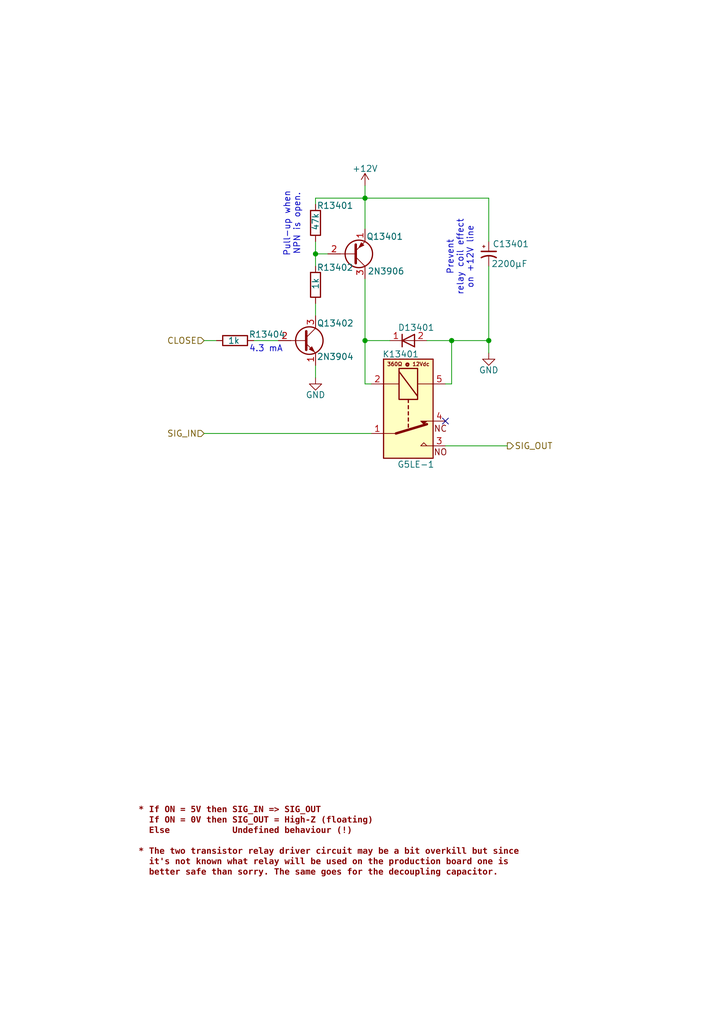
<source format=kicad_sch>
(kicad_sch (version 20250114) (generator "eeschema") (generator_version "9.0")
  (paper "A5" portrait)
  (title_block (title "VersaLogic board tester") (date "2025-08-13") (rev "1.0.alpha") (comment 1 "Copyright (c) 2025 by Filip Pynckels & Robin Pynckels"))
  (lib_symbols
    (symbol "Device:C_Polarized_Small_US" (pin_numbers (hide yes)) (pin_names (offset 0.254) (hide yes))
      (property "Reference" "C" (at 0.254 1.778 0))
      (property "Value" "C_Polarized_Small_US" (at 0.254 -2.032 0))
      (symbol "C_Polarized_Small_US_0_1"
        (polyline (pts (xy -1.524 0.508) (xy 1.524 0.508)) (stroke (width 0.3048)))
        (polyline (pts (xy -1.27 1.524) (xy -0.762 1.524)))
        (polyline (pts (xy -1.016 1.27) (xy -1.016 1.778)))
        (arc (start -1.524 -0.762) (mid 0 -0.3734) (end 1.524 -0.762) (stroke (width 0.3048)))
      )
      (symbol "C_Polarized_Small_US_1_1"
        (pin passive line (at 0 2.54 270) (length 2.032) (name "~") (number "1"))
        (pin passive line (at 0 -2.54 90) (length 2.032) (name "~") (number "2"))
      )
    )
    (symbol "Device:R" (pin_numbers (hide yes)) (pin_names (offset 0))
      (property "Reference" "R" (at 2.032 0 90))
      (property "Value" "R" (at 0 0 90))
      (symbol "R_0_1"
        (rectangle (start -1.016 -2.54) (end 1.016 2.54) (stroke (width 0.254)))
      )
      (symbol "R_1_1"
        (pin passive line (at 0 3.81 270) (length 1.27) (name "~") (number "1"))
        (pin passive line (at 0 -3.81 90) (length 1.27) (name "~") (number "2"))
      )
    )
    (symbol "Relay:G5LE-1"
      (property "Reference" "K" (at 11.43 3.81 0))
      (property "Value" "G5LE-1" (at 11.43 1.27 0))
      (symbol "G5LE-1_0_0"
        (polyline (pts (xy 7.62 5.08) (xy 7.62 2.54) (xy 6.985 3.175) (xy 7.62 3.81)))
      )
      (symbol "G5LE-1_0_1"
        (rectangle (start -10.16 5.08) (end 10.16 -5.08) (stroke (width 0.254)) (fill (type background)))
        (rectangle (start -8.255 1.905) (end -1.905 -1.905) (stroke (width 0.254)))
        (polyline (pts (xy -7.62 -1.905) (xy -2.54 1.905)) (stroke (width 0.254)))
        (polyline (pts (xy -5.08 5.08) (xy -5.08 1.905)))
        (polyline (pts (xy -5.08 -5.08) (xy -5.08 -1.905)))
        (polyline (pts (xy -1.905 0) (xy -1.27 0)) (stroke (width 0.254)))
        (polyline (pts (xy -0.635 0) (xy 0 0)) (stroke (width 0.254)))
        (polyline (pts (xy 0.635 0) (xy 1.27 0)) (stroke (width 0.254)))
        (polyline (pts (xy 1.905 0) (xy 2.54 0)) (stroke (width 0.254)))
        (polyline (pts (xy 2.54 5.08) (xy 2.54 2.54) (xy 3.175 3.175) (xy 2.54 3.81)) (fill (type outline)))
        (polyline (pts (xy 3.175 0) (xy 3.81 0)) (stroke (width 0.254)))
        (polyline (pts (xy 5.08 -2.54) (xy 3.175 3.81)) (stroke (width 0.508)))
        (polyline (pts (xy 5.08 -2.54) (xy 5.08 -5.08)))
      )
      (symbol "G5LE-1_1_1"
        (pin passive line (at -5.08 7.62 270) (length 2.54) (name "~") (number "5"))
        (pin passive line (at -5.08 -7.62 90) (length 2.54) (name "~") (number "2"))
        (pin passive line (at 2.54 7.62 270) (length 2.54) (name "~") (number "4"))
        (pin passive line (at 5.08 -7.62 90) (length 2.54) (name "~") (number "1"))
        (pin passive line (at 7.62 7.62 270) (length 2.54) (name "~") (number "3"))
      )
    )
    (symbol "Simulation_SPICE:D" (pin_names (offset 1.016) (hide yes))
      (property "Reference" "D" (at 0 2.54 0))
      (property "Value" "D" (at 0 -2.54 0))
      (symbol "D_0_1"
        (polyline (pts (xy -1.27 1.27) (xy -1.27 -1.27)) (stroke (width 0.254)))
        (polyline (pts (xy 1.27 1.27) (xy 1.27 -1.27) (xy -1.27 0) (xy 1.27 1.27)) (stroke (width 0.254)))
        (polyline (pts (xy 1.27 0) (xy -1.27 0)))
      )
      (symbol "D_1_1"
        (pin passive line (at -3.81 0 0) (length 2.54) (name "K") (number "1"))
        (pin passive line (at 3.81 0 180) (length 2.54) (name "A") (number "2"))
      )
    )
    (symbol "Transistor_BJT:2N3904" (pin_names (offset 0) (hide yes))
      (property "Reference" "Q" (at 5.08 1.905 0))
      (property "Value" "2N3904" (at 5.08 0 0))
      (symbol "2N3904_0_1"
        (polyline (pts (xy -2.54 0) (xy 0.635 0)))
        (polyline (pts (xy 0.635 1.905) (xy 0.635 -1.905)) (stroke (width 0.508)))
        (circle (center 1.27 0) (radius 2.8194) (stroke (width 0.254)))
      )
      (symbol "2N3904_1_1"
        (polyline (pts (xy 0.635 0.635) (xy 2.54 2.54)))
        (polyline (pts (xy 0.635 -0.635) (xy 2.54 -2.54)))
        (polyline (pts (xy 1.27 -1.778) (xy 1.778 -1.27) (xy 2.286 -2.286) (xy 1.27 -1.778)) (fill (type outline)))
        (pin input line (at -5.08 0 0) (length 2.54) (name "B") (number "2"))
        (pin passive line (at 2.54 5.08 270) (length 2.54) (name "C") (number "3"))
        (pin passive line (at 2.54 -5.08 90) (length 2.54) (name "E") (number "1"))
      )
    )
    (symbol "Transistor_BJT:2N3906" (pin_names (offset 0) (hide yes))
      (property "Reference" "Q" (at 5.08 1.905 0))
      (property "Value" "2N3906" (at 5.08 0 0))
      (symbol "2N3906_0_1"
        (polyline (pts (xy -2.54 0) (xy 0.635 0)))
        (polyline (pts (xy 0.635 1.905) (xy 0.635 -1.905)) (stroke (width 0.508)))
        (polyline (pts (xy 0.635 0.635) (xy 2.54 2.54)))
        (polyline (pts (xy 0.635 -0.635) (xy 2.54 -2.54)))
        (circle (center 1.27 0) (radius 2.8194) (stroke (width 0.254)))
        (polyline (pts (xy 2.286 -1.778) (xy 1.778 -2.286) (xy 1.27 -1.27) (xy 2.286 -1.778)) (fill (type outline)))
      )
      (symbol "2N3906_1_1"
        (pin input line (at -5.08 0 0) (length 2.54) (name "B") (number "2"))
        (pin passive line (at 2.54 5.08 270) (length 2.54) (name "C") (number "3"))
        (pin passive line (at 2.54 -5.08 90) (length 2.54) (name "E") (number "1"))
      )
    )
    (symbol "power:+12V" (power) (pin_numbers (hide yes)) (pin_names (offset 0) (hide yes))
      (property "Value" "+12V" (at 0 3.556 0))
      (symbol "+12V_0_1"
        (polyline (pts (xy -0.762 1.27) (xy 0 2.54)))
        (polyline (pts (xy 0 2.54) (xy 0.762 1.27)))
        (polyline (pts (xy 0 0) (xy 0 2.54)))
      )
      (symbol "+12V_1_1"
        (pin power_in line (at 0 0 90) (length 0) (name "~") (number "1"))
      )
    )
    (symbol "power:GND" (power) (pin_numbers (hide yes)) (pin_names (offset 0) (hide yes))
      (property "Value" "GND" (at 0 -3.81 0))
      (symbol "GND_0_1"
        (polyline (pts (xy 0 0) (xy 0 -1.27) (xy 1.27 -1.27) (xy 0 -2.54) (xy -1.27 -1.27) (xy 0 -1.27)))
      )
      (symbol "GND_1_1"
        (pin power_in line (at 0 0 270) (length 0) (name "~") (number "1"))
      )
    )
  )
  (text "Prevent\nrelay coil effect\non +12V line" (at 94.488 52.832 90) (effects (font (size 1.27 1.27))))
  (text "4.3 mA" (at 54.61 71.628 0) (effects (font (size 1.27 1.27))))
  (text "NC" (at 90.424 88.138 0) (effects (font (size 1.27 1.27))))
  (text "* If ON = 5V then SIG_IN => SIG_OUT\n  If ON = 0V then SIG_OUT = High-Z (floating)\n  Else            Undefined behaviour (!)\n\n* The two transistor relay driver circuit may be a bit overkill but since\n  it's not known what relay will be used on the production board one is\n  better safe than sorry. The same goes for the decoupling capacitor." (at 28.448 165.862 0) (effects (font (size 1.27 1.27) (bold yes)) (justify left top)))
  (text "360Ω @ 12Vdc" (at 83.82 74.93 0) (effects (font (size 0.762 0.762))))
  (text "NO" (at 90.424 92.964 0) (effects (font (size 1.27 1.27))))
  (text "Pull-up when\nNPN is open." (at 59.944 45.974 90) (effects (font (size 1.27 1.27))))
  (junction (at 74.93 40.64))
  (junction (at 64.77 52.07))
  (junction (at 100.33 69.85))
  (junction (at 92.71 69.85))
  (junction (at 74.93 69.85))
  (no_connect (at 91.44 86.36))
  (wire (pts (xy 91.44 78.74) (xy 92.71 78.74)))
  (wire (pts (xy 74.93 38.1) (xy 74.93 40.64)))
  (wire (pts (xy 92.71 78.74) (xy 92.71 69.85)))
  (wire (pts (xy 64.77 41.91) (xy 64.77 40.64)))
  (wire (pts (xy 41.91 88.9) (xy 76.2 88.9)))
  (wire (pts (xy 64.77 40.64) (xy 74.93 40.64)))
  (wire (pts (xy 64.77 52.07) (xy 64.77 54.61)))
  (wire (pts (xy 64.77 74.93) (xy 64.77 77.47)))
  (wire (pts (xy 41.91 69.85) (xy 44.45 69.85)))
  (wire (pts (xy 100.33 49.53) (xy 100.33 40.64)))
  (wire (pts (xy 74.93 57.15) (xy 74.93 69.85)))
  (wire (pts (xy 100.33 54.61) (xy 100.33 69.85)))
  (wire (pts (xy 74.93 78.74) (xy 76.2 78.74)))
  (wire (pts (xy 74.93 40.64) (xy 74.93 46.99)))
  (wire (pts (xy 104.14 91.44) (xy 91.44 91.44)))
  (wire (pts (xy 92.71 69.85) (xy 87.63 69.85)))
  (wire (pts (xy 100.33 69.85) (xy 92.71 69.85)))
  (wire (pts (xy 64.77 62.23) (xy 64.77 64.77)))
  (wire (pts (xy 74.93 78.74) (xy 74.93 69.85)))
  (wire (pts (xy 74.93 69.85) (xy 80.01 69.85)))
  (wire (pts (xy 64.77 49.53) (xy 64.77 52.07)))
  (wire (pts (xy 52.07 69.85) (xy 57.15 69.85)))
  (wire (pts (xy 64.77 52.07) (xy 67.31 52.07)))
  (wire (pts (xy 100.33 72.39) (xy 100.33 69.85)))
  (wire (pts (xy 100.33 40.64) (xy 74.93 40.64)))
  (hierarchical_label "CLOSE" (shape input) (at 41.91 69.85 180))
  (hierarchical_label "SIG_OUT" (shape output) (at 104.14 91.44 0))
  (hierarchical_label "SIG_IN" (shape input) (at 41.91 88.9 180))
  (symbol (lib_id "Relay:G5LE-1") (at 83.82 83.82 270) (unit 1)
    (property "Reference" "K8501" (at 78.486 72.644 90) (effects (justify left)))
    (property "Value" "G5LE-1" (at 81.534 95.25 90) (effects (justify left)))
    (property "Footprint" "Relay_THT:Relay_SPDT_Omron-G5LE-1" (effects (hide yes)))
    (property "Datasheet" "http://www.omron.com/ecb/products/pdf/en-g5le.pdf" (effects (hide yes)))
    (property "Description" "Omron G5LE relay, Miniature Single Pole, SPDT, 10A" (effects (hide yes)))
    (instances (project "VersaLogic_Board_Tester" (path "" (reference "K13401") (unit 1)) (path "" (reference "K11801") (unit 1)) (path "" (reference "K12701") (unit 1)) (path "" (reference "K11101") (unit 1)) (path "" (reference "K15401") (unit 1)) (path "" (reference "K10301") (unit 1)) (path "" (reference "K14801") (unit 1)) (path "" (reference "K9701") (unit 1)) (path "" (reference "K15101") (unit 1)) (path "" (reference "K10001") (unit 1)) (path "" (reference "K14401") (unit 1)) (path "" (reference "K9301") (unit 1)) (path "" (reference "K13001") (unit 1)) (path "" (reference "K11401") (unit 1)) (path "" (reference "K15801") (unit 1)) (path "" (reference "K10701") (unit 1)) (path "" (reference "K13101") (unit 1)) (path "" (reference "K11501") (unit 1)) (path "" (reference "K15601") (unit 1)) (path "" (reference "K10501") (unit 1)) (path "" (reference "K12501") (unit 1)) (path "" (reference "K10901") (unit 1)) (path "" (reference "K8501") (unit 1)) (path "" (reference "K8601") (unit 1)) (path "" (reference "K13301") (unit 1)) (path "" (reference "K11701") (unit 1)) (path "" (reference "K15701") (unit 1)) (path "" (reference "K10601") (unit 1)) (path "" (reference "K14201") (unit 1)) (path "" (reference "K9101") (unit 1)) (path "" (reference "K12601") (unit 1)) (path "" (reference "K11001") (unit 1)) (path "" (reference "K12901") (unit 1)) (path "" (reference "K11301") (unit 1)) (path "" (reference "K15501") (unit 1)) (path "" (reference "K10401") (unit 1)) (path "" (reference "K14501") (unit 1)) (path "" (reference "K9401") (unit 1)) (path "" (reference "K15001") (unit 1)) (path "" (reference "K9901") (unit 1)) (path "" (reference "K12401") (unit 1)) (path "" (reference "K10801") (unit 1)) (path "" (reference "K12801") (unit 1)) (path "" (reference "K11201") (unit 1)) (path "" (reference "K13801") (unit 1)) (path "" (reference "K12201") (unit 1)) (path "" (reference "K14101") (unit 1)) (path "" (reference "K9001") (unit 1)) (path "" (reference "K13201") (unit 1)) (path "" (reference "K11601") (unit 1)) (path "" (reference "K13701") (unit 1)) (path "" (reference "K12101") (unit 1)) (path "" (reference "K13501") (unit 1)) (path "" (reference "K11901") (unit 1)) (path "" (reference "K15201") (unit 1)) (path "" (reference "K10101") (unit 1)) (path "" (reference "K14301") (unit 1)) (path "" (reference "K9201") (unit 1)) (path "" (reference "K13901") (unit 1)) (path "" (reference "K8801") (unit 1)) (path "" (reference "K14701") (unit 1)) (path "" (reference "K9601") (unit 1)) (path "" (reference "K14901") (unit 1)) (path "" (reference "K9801") (unit 1)) (path "" (reference "K15301") (unit 1)) (path "" (reference "K10201") (unit 1)) (path "" (reference "K12301") (unit 1)) (path "" (reference "K8701") (unit 1)) (path "" (reference "K14001") (unit 1)) (path "" (reference "K8901") (unit 1)) (path "" (reference "K13601") (unit 1)) (path "" (reference "K12001") (unit 1)) (path "" (reference "K14601") (unit 1)) (path "" (reference "K9501") (unit 1))))
  )
  (symbol (lib_id "Device:R") (at 64.77 45.72 0) (unit 1)
    (property "Reference" "R8501" (at 65.024 42.164 0) (effects (justify left)))
    (property "Value" "47k" (at 64.77 45.466 90))
    (property "Footprint" "Resistor_THT:R_Axial_DIN0207_L6.3mm_D2.5mm_P7.62mm_Horizontal" (effects (hide yes)))
    (property "Description" "Resistor" (effects (hide yes)))
    (instances (project "VersaLogic_Board_Tester" (path "" (reference "R13401") (unit 1)) (path "" (reference "R11801") (unit 1)) (path "" (reference "R12701") (unit 1)) (path "" (reference "R11101") (unit 1)) (path "" (reference "R15401") (unit 1)) (path "" (reference "R10301") (unit 1)) (path "" (reference "R14801") (unit 1)) (path "" (reference "R9701") (unit 1)) (path "" (reference "R15101") (unit 1)) (path "" (reference "R10001") (unit 1)) (path "" (reference "R14401") (unit 1)) (path "" (reference "R9301") (unit 1)) (path "" (reference "R13001") (unit 1)) (path "" (reference "R11401") (unit 1)) (path "" (reference "R15801") (unit 1)) (path "" (reference "R10701") (unit 1)) (path "" (reference "R13101") (unit 1)) (path "" (reference "R11501") (unit 1)) (path "" (reference "R15601") (unit 1)) (path "" (reference "R10501") (unit 1)) (path "" (reference "R12501") (unit 1)) (path "" (reference "R10901") (unit 1)) (path "" (reference "R8501") (unit 1)) (path "" (reference "R8601") (unit 1)) (path "" (reference "R13301") (unit 1)) (path "" (reference "R11701") (unit 1)) (path "" (reference "R15701") (unit 1)) (path "" (reference "R10601") (unit 1)) (path "" (reference "R14201") (unit 1)) (path "" (reference "R9101") (unit 1)) (path "" (reference "R12601") (unit 1)) (path "" (reference "R11001") (unit 1)) (path "" (reference "R12901") (unit 1)) (path "" (reference "R11301") (unit 1)) (path "" (reference "R15501") (unit 1)) (path "" (reference "R10401") (unit 1)) (path "" (reference "R14501") (unit 1)) (path "" (reference "R9401") (unit 1)) (path "" (reference "R15001") (unit 1)) (path "" (reference "R9901") (unit 1)) (path "" (reference "R12401") (unit 1)) (path "" (reference "R10801") (unit 1)) (path "" (reference "R12801") (unit 1)) (path "" (reference "R11201") (unit 1)) (path "" (reference "R13801") (unit 1)) (path "" (reference "R12201") (unit 1)) (path "" (reference "R14101") (unit 1)) (path "" (reference "R9001") (unit 1)) (path "" (reference "R13201") (unit 1)) (path "" (reference "R11601") (unit 1)) (path "" (reference "R13701") (unit 1)) (path "" (reference "R12101") (unit 1)) (path "" (reference "R13501") (unit 1)) (path "" (reference "R11901") (unit 1)) (path "" (reference "R15201") (unit 1)) (path "" (reference "R10101") (unit 1)) (path "" (reference "R14301") (unit 1)) (path "" (reference "R9201") (unit 1)) (path "" (reference "R13901") (unit 1)) (path "" (reference "R8801") (unit 1)) (path "" (reference "R14701") (unit 1)) (path "" (reference "R9601") (unit 1)) (path "" (reference "R14901") (unit 1)) (path "" (reference "R9801") (unit 1)) (path "" (reference "R15301") (unit 1)) (path "" (reference "R10201") (unit 1)) (path "" (reference "R12301") (unit 1)) (path "" (reference "R8701") (unit 1)) (path "" (reference "R14001") (unit 1)) (path "" (reference "R8901") (unit 1)) (path "" (reference "R13601") (unit 1)) (path "" (reference "R12001") (unit 1)) (path "" (reference "R14601") (unit 1)) (path "" (reference "R9501") (unit 1))))
  )
  (symbol (lib_id "power:GND") (at 64.77 77.47 0) (mirror y) (unit 1)
    (property "Reference" "#PWR08503" (effects (hide yes)))
    (property "Value" "GND" (at 64.77 80.264 0) (effects (justify top)))
    (property "Description" "Power symbol creates a global label with name \"GND\" , ground" (effects (hide yes)))
    (instances (project "VersaLogic_Board_Tester" (path "" (reference "#PWR013403") (unit 1)) (path "" (reference "#PWR011803") (unit 1)) (path "" (reference "#PWR012703") (unit 1)) (path "" (reference "#PWR011103") (unit 1)) (path "" (reference "#PWR015403") (unit 1)) (path "" (reference "#PWR010303") (unit 1)) (path "" (reference "#PWR014803") (unit 1)) (path "" (reference "#PWR09703") (unit 1)) (path "" (reference "#PWR015103") (unit 1)) (path "" (reference "#PWR010003") (unit 1)) (path "" (reference "#PWR014403") (unit 1)) (path "" (reference "#PWR09303") (unit 1)) (path "" (reference "#PWR013003") (unit 1)) (path "" (reference "#PWR011403") (unit 1)) (path "" (reference "#PWR015803") (unit 1)) (path "" (reference "#PWR010703") (unit 1)) (path "" (reference "#PWR013103") (unit 1)) (path "" (reference "#PWR011503") (unit 1)) (path "" (reference "#PWR015603") (unit 1)) (path "" (reference "#PWR010503") (unit 1)) (path "" (reference "#PWR012503") (unit 1)) (path "" (reference "#PWR010903") (unit 1)) (path "" (reference "#PWR08503") (unit 1)) (path "" (reference "#PWR08603") (unit 1)) (path "" (reference "#PWR013303") (unit 1)) (path "" (reference "#PWR011703") (unit 1)) (path "" (reference "#PWR015703") (unit 1)) (path "" (reference "#PWR010603") (unit 1)) (path "" (reference "#PWR014203") (unit 1)) (path "" (reference "#PWR09103") (unit 1)) (path "" (reference "#PWR012603") (unit 1)) (path "" (reference "#PWR011003") (unit 1)) (path "" (reference "#PWR012903") (unit 1)) (path "" (reference "#PWR011303") (unit 1)) (path "" (reference "#PWR015503") (unit 1)) (path "" (reference "#PWR010403") (unit 1)) (path "" (reference "#PWR014503") (unit 1)) (path "" (reference "#PWR09403") (unit 1)) (path "" (reference "#PWR015003") (unit 1)) (path "" (reference "#PWR09903") (unit 1)) (path "" (reference "#PWR012403") (unit 1)) (path "" (reference "#PWR010803") (unit 1)) (path "" (reference "#PWR012803") (unit 1)) (path "" (reference "#PWR011203") (unit 1)) (path "" (reference "#PWR013803") (unit 1)) (path "" (reference "#PWR012203") (unit 1)) (path "" (reference "#PWR014103") (unit 1)) (path "" (reference "#PWR09003") (unit 1)) (path "" (reference "#PWR013203") (unit 1)) (path "" (reference "#PWR011603") (unit 1)) (path "" (reference "#PWR013703") (unit 1)) (path "" (reference "#PWR012103") (unit 1)) (path "" (reference "#PWR013503") (unit 1)) (path "" (reference "#PWR011903") (unit 1)) (path "" (reference "#PWR015203") (unit 1)) (path "" (reference "#PWR010103") (unit 1)) (path "" (reference "#PWR014303") (unit 1)) (path "" (reference "#PWR09203") (unit 1)) (path "" (reference "#PWR013903") (unit 1)) (path "" (reference "#PWR08803") (unit 1)) (path "" (reference "#PWR014703") (unit 1)) (path "" (reference "#PWR09603") (unit 1)) (path "" (reference "#PWR014903") (unit 1)) (path "" (reference "#PWR09803") (unit 1)) (path "" (reference "#PWR015303") (unit 1)) (path "" (reference "#PWR010203") (unit 1)) (path "" (reference "#PWR012303") (unit 1)) (path "" (reference "#PWR08703") (unit 1)) (path "" (reference "#PWR014003") (unit 1)) (path "" (reference "#PWR08903") (unit 1)) (path "" (reference "#PWR013603") (unit 1)) (path "" (reference "#PWR012003") (unit 1)) (path "" (reference "#PWR014603") (unit 1)) (path "" (reference "#PWR09503") (unit 1))))
  )
  (symbol (lib_id "Device:R") (at 64.77 58.42 0) (unit 1)
    (property "Reference" "R8502" (at 65.024 54.864 0) (effects (justify left)))
    (property "Value" "1k" (at 64.77 58.166 90))
    (property "Footprint" "Resistor_THT:R_Axial_DIN0207_L6.3mm_D2.5mm_P7.62mm_Horizontal" (effects (hide yes)))
    (property "Description" "Resistor" (effects (hide yes)))
    (instances (project "VersaLogic_Board_Tester" (path "" (reference "R13402") (unit 1)) (path "" (reference "R11802") (unit 1)) (path "" (reference "R12702") (unit 1)) (path "" (reference "R11102") (unit 1)) (path "" (reference "R15402") (unit 1)) (path "" (reference "R10302") (unit 1)) (path "" (reference "R14802") (unit 1)) (path "" (reference "R9702") (unit 1)) (path "" (reference "R15102") (unit 1)) (path "" (reference "R10002") (unit 1)) (path "" (reference "R14402") (unit 1)) (path "" (reference "R9302") (unit 1)) (path "" (reference "R13002") (unit 1)) (path "" (reference "R11402") (unit 1)) (path "" (reference "R15802") (unit 1)) (path "" (reference "R10702") (unit 1)) (path "" (reference "R13102") (unit 1)) (path "" (reference "R11502") (unit 1)) (path "" (reference "R15602") (unit 1)) (path "" (reference "R10502") (unit 1)) (path "" (reference "R12502") (unit 1)) (path "" (reference "R10902") (unit 1)) (path "" (reference "R8502") (unit 1)) (path "" (reference "R8602") (unit 1)) (path "" (reference "R13302") (unit 1)) (path "" (reference "R11702") (unit 1)) (path "" (reference "R15702") (unit 1)) (path "" (reference "R10602") (unit 1)) (path "" (reference "R14202") (unit 1)) (path "" (reference "R9102") (unit 1)) (path "" (reference "R12602") (unit 1)) (path "" (reference "R11002") (unit 1)) (path "" (reference "R12902") (unit 1)) (path "" (reference "R11302") (unit 1)) (path "" (reference "R15502") (unit 1)) (path "" (reference "R10402") (unit 1)) (path "" (reference "R14502") (unit 1)) (path "" (reference "R9402") (unit 1)) (path "" (reference "R15002") (unit 1)) (path "" (reference "R9902") (unit 1)) (path "" (reference "R12402") (unit 1)) (path "" (reference "R10802") (unit 1)) (path "" (reference "R12802") (unit 1)) (path "" (reference "R11202") (unit 1)) (path "" (reference "R13802") (unit 1)) (path "" (reference "R12202") (unit 1)) (path "" (reference "R14102") (unit 1)) (path "" (reference "R9002") (unit 1)) (path "" (reference "R13202") (unit 1)) (path "" (reference "R11602") (unit 1)) (path "" (reference "R13702") (unit 1)) (path "" (reference "R12102") (unit 1)) (path "" (reference "R13502") (unit 1)) (path "" (reference "R11902") (unit 1)) (path "" (reference "R15202") (unit 1)) (path "" (reference "R10102") (unit 1)) (path "" (reference "R14302") (unit 1)) (path "" (reference "R9202") (unit 1)) (path "" (reference "R13902") (unit 1)) (path "" (reference "R8802") (unit 1)) (path "" (reference "R14702") (unit 1)) (path "" (reference "R9602") (unit 1)) (path "" (reference "R14902") (unit 1)) (path "" (reference "R9802") (unit 1)) (path "" (reference "R15302") (unit 1)) (path "" (reference "R10202") (unit 1)) (path "" (reference "R12302") (unit 1)) (path "" (reference "R8702") (unit 1)) (path "" (reference "R14002") (unit 1)) (path "" (reference "R8902") (unit 1)) (path "" (reference "R13602") (unit 1)) (path "" (reference "R12002") (unit 1)) (path "" (reference "R14602") (unit 1)) (path "" (reference "R9502") (unit 1))))
  )
  (symbol (lib_id "Device:C_Polarized_Small_US") (at 100.33 52.07 0) (unit 1)
    (property "Reference" "C8501" (at 101.092 50.038 0) (effects (justify left)))
    (property "Value" "2200µF" (at 100.838 54.102 0) (effects (justify left)))
    (property "Footprint" "Capacitor_THT:CP_Radial_D10.0mm_P5.00mm" (effects (hide yes)))
    (property "Description" "Polarized capacitor, small US symbol" (effects (hide yes)))
    (instances (project "VersaLogic_Board_Tester" (path "" (reference "C13401") (unit 1)) (path "" (reference "C11801") (unit 1)) (path "" (reference "C12701") (unit 1)) (path "" (reference "C11101") (unit 1)) (path "" (reference "C15401") (unit 1)) (path "" (reference "C10301") (unit 1)) (path "" (reference "C14801") (unit 1)) (path "" (reference "C9701") (unit 1)) (path "" (reference "C15101") (unit 1)) (path "" (reference "C10001") (unit 1)) (path "" (reference "C14401") (unit 1)) (path "" (reference "C9301") (unit 1)) (path "" (reference "C13001") (unit 1)) (path "" (reference "C11401") (unit 1)) (path "" (reference "C15801") (unit 1)) (path "" (reference "C10701") (unit 1)) (path "" (reference "C13101") (unit 1)) (path "" (reference "C11501") (unit 1)) (path "" (reference "C15601") (unit 1)) (path "" (reference "C10501") (unit 1)) (path "" (reference "C12501") (unit 1)) (path "" (reference "C10901") (unit 1)) (path "" (reference "C8501") (unit 1)) (path "" (reference "C8601") (unit 1)) (path "" (reference "C13301") (unit 1)) (path "" (reference "C11701") (unit 1)) (path "" (reference "C15701") (unit 1)) (path "" (reference "C10601") (unit 1)) (path "" (reference "C14201") (unit 1)) (path "" (reference "C9101") (unit 1)) (path "" (reference "C12601") (unit 1)) (path "" (reference "C11001") (unit 1)) (path "" (reference "C12901") (unit 1)) (path "" (reference "C11301") (unit 1)) (path "" (reference "C15501") (unit 1)) (path "" (reference "C10401") (unit 1)) (path "" (reference "C14501") (unit 1)) (path "" (reference "C9401") (unit 1)) (path "" (reference "C15001") (unit 1)) (path "" (reference "C9901") (unit 1)) (path "" (reference "C12401") (unit 1)) (path "" (reference "C10801") (unit 1)) (path "" (reference "C12801") (unit 1)) (path "" (reference "C11201") (unit 1)) (path "" (reference "C13801") (unit 1)) (path "" (reference "C12201") (unit 1)) (path "" (reference "C14101") (unit 1)) (path "" (reference "C9001") (unit 1)) (path "" (reference "C13201") (unit 1)) (path "" (reference "C11601") (unit 1)) (path "" (reference "C13701") (unit 1)) (path "" (reference "C12101") (unit 1)) (path "" (reference "C13501") (unit 1)) (path "" (reference "C11901") (unit 1)) (path "" (reference "C15201") (unit 1)) (path "" (reference "C10101") (unit 1)) (path "" (reference "C14301") (unit 1)) (path "" (reference "C9201") (unit 1)) (path "" (reference "C13901") (unit 1)) (path "" (reference "C8801") (unit 1)) (path "" (reference "C14701") (unit 1)) (path "" (reference "C9601") (unit 1)) (path "" (reference "C14901") (unit 1)) (path "" (reference "C9801") (unit 1)) (path "" (reference "C15301") (unit 1)) (path "" (reference "C10201") (unit 1)) (path "" (reference "C12301") (unit 1)) (path "" (reference "C8701") (unit 1)) (path "" (reference "C14001") (unit 1)) (path "" (reference "C8901") (unit 1)) (path "" (reference "C13601") (unit 1)) (path "" (reference "C12001") (unit 1)) (path "" (reference "C14601") (unit 1)) (path "" (reference "C9501") (unit 1))))
  )
  (symbol (lib_id "power:GND") (at 100.33 72.39 0) (unit 1)
    (property "Reference" "#PWR08502" (effects (hide yes)))
    (property "Value" "GND" (at 100.33 75.184 0) (effects (justify top)))
    (property "Description" "Power symbol creates a global label with name \"GND\" , ground" (effects (hide yes)))
    (instances (project "VersaLogic_Board_Tester" (path "" (reference "#PWR013402") (unit 1)) (path "" (reference "#PWR011802") (unit 1)) (path "" (reference "#PWR012702") (unit 1)) (path "" (reference "#PWR011102") (unit 1)) (path "" (reference "#PWR015402") (unit 1)) (path "" (reference "#PWR010302") (unit 1)) (path "" (reference "#PWR014802") (unit 1)) (path "" (reference "#PWR09702") (unit 1)) (path "" (reference "#PWR015102") (unit 1)) (path "" (reference "#PWR010002") (unit 1)) (path "" (reference "#PWR014402") (unit 1)) (path "" (reference "#PWR09302") (unit 1)) (path "" (reference "#PWR013002") (unit 1)) (path "" (reference "#PWR011402") (unit 1)) (path "" (reference "#PWR015802") (unit 1)) (path "" (reference "#PWR010702") (unit 1)) (path "" (reference "#PWR013102") (unit 1)) (path "" (reference "#PWR011502") (unit 1)) (path "" (reference "#PWR015602") (unit 1)) (path "" (reference "#PWR010502") (unit 1)) (path "" (reference "#PWR012502") (unit 1)) (path "" (reference "#PWR010902") (unit 1)) (path "" (reference "#PWR08502") (unit 1)) (path "" (reference "#PWR08602") (unit 1)) (path "" (reference "#PWR013302") (unit 1)) (path "" (reference "#PWR011702") (unit 1)) (path "" (reference "#PWR015702") (unit 1)) (path "" (reference "#PWR010602") (unit 1)) (path "" (reference "#PWR014202") (unit 1)) (path "" (reference "#PWR09102") (unit 1)) (path "" (reference "#PWR012602") (unit 1)) (path "" (reference "#PWR011002") (unit 1)) (path "" (reference "#PWR012902") (unit 1)) (path "" (reference "#PWR011302") (unit 1)) (path "" (reference "#PWR015502") (unit 1)) (path "" (reference "#PWR010402") (unit 1)) (path "" (reference "#PWR014502") (unit 1)) (path "" (reference "#PWR09402") (unit 1)) (path "" (reference "#PWR015002") (unit 1)) (path "" (reference "#PWR09902") (unit 1)) (path "" (reference "#PWR012402") (unit 1)) (path "" (reference "#PWR010802") (unit 1)) (path "" (reference "#PWR012802") (unit 1)) (path "" (reference "#PWR011202") (unit 1)) (path "" (reference "#PWR013802") (unit 1)) (path "" (reference "#PWR012202") (unit 1)) (path "" (reference "#PWR014102") (unit 1)) (path "" (reference "#PWR09002") (unit 1)) (path "" (reference "#PWR013202") (unit 1)) (path "" (reference "#PWR011602") (unit 1)) (path "" (reference "#PWR013702") (unit 1)) (path "" (reference "#PWR012102") (unit 1)) (path "" (reference "#PWR013502") (unit 1)) (path "" (reference "#PWR011902") (unit 1)) (path "" (reference "#PWR015202") (unit 1)) (path "" (reference "#PWR010102") (unit 1)) (path "" (reference "#PWR014302") (unit 1)) (path "" (reference "#PWR09202") (unit 1)) (path "" (reference "#PWR013902") (unit 1)) (path "" (reference "#PWR08802") (unit 1)) (path "" (reference "#PWR014702") (unit 1)) (path "" (reference "#PWR09602") (unit 1)) (path "" (reference "#PWR014902") (unit 1)) (path "" (reference "#PWR09802") (unit 1)) (path "" (reference "#PWR015302") (unit 1)) (path "" (reference "#PWR010202") (unit 1)) (path "" (reference "#PWR012302") (unit 1)) (path "" (reference "#PWR08702") (unit 1)) (path "" (reference "#PWR014002") (unit 1)) (path "" (reference "#PWR08902") (unit 1)) (path "" (reference "#PWR013602") (unit 1)) (path "" (reference "#PWR012002") (unit 1)) (path "" (reference "#PWR014602") (unit 1)) (path "" (reference "#PWR09502") (unit 1))))
  )
  (symbol (lib_id "Transistor_BJT:2N3906") (at 72.39 52.07 0) (mirror x) (unit 1)
    (property "Reference" "Q8501" (at 75.184 48.514 0) (effects (justify left)))
    (property "Value" "2N3906" (at 75.438 55.626 0) (effects (justify left)))
    (property "Footprint" "Package_TO_SOT_THT:TO-92_Inline" (effects (hide yes)))
    (property "Datasheet" "https://www.onsemi.com/pub/Collateral/2N3906-D.PDF" (effects (hide yes)))
    (property "Description" "-0.2A Ic, -40V Vce, Small Signal PNP Transistor, TO-92" (effects (hide yes)))
    (instances (project "VersaLogic_Board_Tester" (path "" (reference "Q13401") (unit 1)) (path "" (reference "Q11801") (unit 1)) (path "" (reference "Q12701") (unit 1)) (path "" (reference "Q11101") (unit 1)) (path "" (reference "Q15401") (unit 1)) (path "" (reference "Q10301") (unit 1)) (path "" (reference "Q14801") (unit 1)) (path "" (reference "Q9701") (unit 1)) (path "" (reference "Q15101") (unit 1)) (path "" (reference "Q10001") (unit 1)) (path "" (reference "Q14401") (unit 1)) (path "" (reference "Q9301") (unit 1)) (path "" (reference "Q13001") (unit 1)) (path "" (reference "Q11401") (unit 1)) (path "" (reference "Q15801") (unit 1)) (path "" (reference "Q10701") (unit 1)) (path "" (reference "Q13101") (unit 1)) (path "" (reference "Q11501") (unit 1)) (path "" (reference "Q15601") (unit 1)) (path "" (reference "Q10501") (unit 1)) (path "" (reference "Q12501") (unit 1)) (path "" (reference "Q10901") (unit 1)) (path "" (reference "Q8501") (unit 1)) (path "" (reference "Q8601") (unit 1)) (path "" (reference "Q13301") (unit 1)) (path "" (reference "Q11701") (unit 1)) (path "" (reference "Q15701") (unit 1)) (path "" (reference "Q10601") (unit 1)) (path "" (reference "Q14201") (unit 1)) (path "" (reference "Q9101") (unit 1)) (path "" (reference "Q12601") (unit 1)) (path "" (reference "Q11001") (unit 1)) (path "" (reference "Q12901") (unit 1)) (path "" (reference "Q11301") (unit 1)) (path "" (reference "Q15501") (unit 1)) (path "" (reference "Q10401") (unit 1)) (path "" (reference "Q14501") (unit 1)) (path "" (reference "Q9401") (unit 1)) (path "" (reference "Q15001") (unit 1)) (path "" (reference "Q9901") (unit 1)) (path "" (reference "Q12401") (unit 1)) (path "" (reference "Q10801") (unit 1)) (path "" (reference "Q12801") (unit 1)) (path "" (reference "Q11201") (unit 1)) (path "" (reference "Q13801") (unit 1)) (path "" (reference "Q12201") (unit 1)) (path "" (reference "Q14101") (unit 1)) (path "" (reference "Q9001") (unit 1)) (path "" (reference "Q13201") (unit 1)) (path "" (reference "Q11601") (unit 1)) (path "" (reference "Q13701") (unit 1)) (path "" (reference "Q12101") (unit 1)) (path "" (reference "Q13501") (unit 1)) (path "" (reference "Q11901") (unit 1)) (path "" (reference "Q15201") (unit 1)) (path "" (reference "Q10101") (unit 1)) (path "" (reference "Q14301") (unit 1)) (path "" (reference "Q9201") (unit 1)) (path "" (reference "Q13901") (unit 1)) (path "" (reference "Q8801") (unit 1)) (path "" (reference "Q14701") (unit 1)) (path "" (reference "Q9601") (unit 1)) (path "" (reference "Q14901") (unit 1)) (path "" (reference "Q9801") (unit 1)) (path "" (reference "Q15301") (unit 1)) (path "" (reference "Q10201") (unit 1)) (path "" (reference "Q12301") (unit 1)) (path "" (reference "Q8701") (unit 1)) (path "" (reference "Q14001") (unit 1)) (path "" (reference "Q8901") (unit 1)) (path "" (reference "Q13601") (unit 1)) (path "" (reference "Q12001") (unit 1)) (path "" (reference "Q14601") (unit 1)) (path "" (reference "Q9501") (unit 1))))
  )
  (symbol (lib_id "power:+12V") (at 74.93 38.1 0) (unit 1)
    (property "Reference" "#PWR08501" (effects (hide yes)))
    (property "Value" "+12V" (at 74.93 35.306 0) (effects (justify bottom)))
    (property "Description" "Power symbol creates a global label with name \"+12V\"" (effects (hide yes)))
    (instances (project "VersaLogic_Board_Tester" (path "" (reference "#PWR013401") (unit 1)) (path "" (reference "#PWR011801") (unit 1)) (path "" (reference "#PWR012701") (unit 1)) (path "" (reference "#PWR011101") (unit 1)) (path "" (reference "#PWR015401") (unit 1)) (path "" (reference "#PWR010301") (unit 1)) (path "" (reference "#PWR014801") (unit 1)) (path "" (reference "#PWR09701") (unit 1)) (path "" (reference "#PWR015101") (unit 1)) (path "" (reference "#PWR010001") (unit 1)) (path "" (reference "#PWR014401") (unit 1)) (path "" (reference "#PWR09301") (unit 1)) (path "" (reference "#PWR013001") (unit 1)) (path "" (reference "#PWR011401") (unit 1)) (path "" (reference "#PWR015801") (unit 1)) (path "" (reference "#PWR010701") (unit 1)) (path "" (reference "#PWR013101") (unit 1)) (path "" (reference "#PWR011501") (unit 1)) (path "" (reference "#PWR015601") (unit 1)) (path "" (reference "#PWR010501") (unit 1)) (path "" (reference "#PWR012501") (unit 1)) (path "" (reference "#PWR010901") (unit 1)) (path "" (reference "#PWR08501") (unit 1)) (path "" (reference "#PWR08601") (unit 1)) (path "" (reference "#PWR013301") (unit 1)) (path "" (reference "#PWR011701") (unit 1)) (path "" (reference "#PWR015701") (unit 1)) (path "" (reference "#PWR010601") (unit 1)) (path "" (reference "#PWR014201") (unit 1)) (path "" (reference "#PWR09101") (unit 1)) (path "" (reference "#PWR012601") (unit 1)) (path "" (reference "#PWR011001") (unit 1)) (path "" (reference "#PWR012901") (unit 1)) (path "" (reference "#PWR011301") (unit 1)) (path "" (reference "#PWR015501") (unit 1)) (path "" (reference "#PWR010401") (unit 1)) (path "" (reference "#PWR014501") (unit 1)) (path "" (reference "#PWR09401") (unit 1)) (path "" (reference "#PWR015001") (unit 1)) (path "" (reference "#PWR09901") (unit 1)) (path "" (reference "#PWR012401") (unit 1)) (path "" (reference "#PWR010801") (unit 1)) (path "" (reference "#PWR012801") (unit 1)) (path "" (reference "#PWR011201") (unit 1)) (path "" (reference "#PWR013801") (unit 1)) (path "" (reference "#PWR012201") (unit 1)) (path "" (reference "#PWR014101") (unit 1)) (path "" (reference "#PWR09001") (unit 1)) (path "" (reference "#PWR013201") (unit 1)) (path "" (reference "#PWR011601") (unit 1)) (path "" (reference "#PWR013701") (unit 1)) (path "" (reference "#PWR012101") (unit 1)) (path "" (reference "#PWR013501") (unit 1)) (path "" (reference "#PWR011901") (unit 1)) (path "" (reference "#PWR015201") (unit 1)) (path "" (reference "#PWR010101") (unit 1)) (path "" (reference "#PWR014301") (unit 1)) (path "" (reference "#PWR09201") (unit 1)) (path "" (reference "#PWR013901") (unit 1)) (path "" (reference "#PWR08801") (unit 1)) (path "" (reference "#PWR014701") (unit 1)) (path "" (reference "#PWR09601") (unit 1)) (path "" (reference "#PWR014901") (unit 1)) (path "" (reference "#PWR09801") (unit 1)) (path "" (reference "#PWR015301") (unit 1)) (path "" (reference "#PWR010201") (unit 1)) (path "" (reference "#PWR012301") (unit 1)) (path "" (reference "#PWR08701") (unit 1)) (path "" (reference "#PWR014001") (unit 1)) (path "" (reference "#PWR08901") (unit 1)) (path "" (reference "#PWR013601") (unit 1)) (path "" (reference "#PWR012001") (unit 1)) (path "" (reference "#PWR014601") (unit 1)) (path "" (reference "#PWR09501") (unit 1))))
  )
  (symbol (lib_id "Transistor_BJT:2N3904") (at 62.23 69.85 0) (unit 1)
    (property "Reference" "Q8502" (at 65.024 66.294 0) (effects (justify left)))
    (property "Value" "2N3904" (at 65.024 73.152 0) (effects (justify left)))
    (property "Footprint" "Package_TO_SOT_THT:TO-92_Inline" (effects (hide yes)))
    (property "Datasheet" "https://www.onsemi.com/pub/Collateral/2N3903-D.PDF" (effects (hide yes)))
    (property "Description" "0.2A Ic, 40V Vce, Small Signal NPN Transistor, TO-92" (effects (hide yes)))
    (instances (project "VersaLogic_Board_Tester" (path "" (reference "Q13402") (unit 1)) (path "" (reference "Q11802") (unit 1)) (path "" (reference "Q12702") (unit 1)) (path "" (reference "Q11102") (unit 1)) (path "" (reference "Q15402") (unit 1)) (path "" (reference "Q10302") (unit 1)) (path "" (reference "Q14802") (unit 1)) (path "" (reference "Q9702") (unit 1)) (path "" (reference "Q15102") (unit 1)) (path "" (reference "Q10002") (unit 1)) (path "" (reference "Q14402") (unit 1)) (path "" (reference "Q9302") (unit 1)) (path "" (reference "Q13002") (unit 1)) (path "" (reference "Q11402") (unit 1)) (path "" (reference "Q15802") (unit 1)) (path "" (reference "Q10702") (unit 1)) (path "" (reference "Q13102") (unit 1)) (path "" (reference "Q11502") (unit 1)) (path "" (reference "Q15602") (unit 1)) (path "" (reference "Q10502") (unit 1)) (path "" (reference "Q12502") (unit 1)) (path "" (reference "Q10902") (unit 1)) (path "" (reference "Q8502") (unit 1)) (path "" (reference "Q8602") (unit 1)) (path "" (reference "Q13302") (unit 1)) (path "" (reference "Q11702") (unit 1)) (path "" (reference "Q15702") (unit 1)) (path "" (reference "Q10602") (unit 1)) (path "" (reference "Q14202") (unit 1)) (path "" (reference "Q9102") (unit 1)) (path "" (reference "Q12602") (unit 1)) (path "" (reference "Q11002") (unit 1)) (path "" (reference "Q12902") (unit 1)) (path "" (reference "Q11302") (unit 1)) (path "" (reference "Q15502") (unit 1)) (path "" (reference "Q10402") (unit 1)) (path "" (reference "Q14502") (unit 1)) (path "" (reference "Q9402") (unit 1)) (path "" (reference "Q15002") (unit 1)) (path "" (reference "Q9902") (unit 1)) (path "" (reference "Q12402") (unit 1)) (path "" (reference "Q10802") (unit 1)) (path "" (reference "Q12802") (unit 1)) (path "" (reference "Q11202") (unit 1)) (path "" (reference "Q13802") (unit 1)) (path "" (reference "Q12202") (unit 1)) (path "" (reference "Q14102") (unit 1)) (path "" (reference "Q9002") (unit 1)) (path "" (reference "Q13202") (unit 1)) (path "" (reference "Q11602") (unit 1)) (path "" (reference "Q13702") (unit 1)) (path "" (reference "Q12102") (unit 1)) (path "" (reference "Q13502") (unit 1)) (path "" (reference "Q11902") (unit 1)) (path "" (reference "Q15202") (unit 1)) (path "" (reference "Q10102") (unit 1)) (path "" (reference "Q14302") (unit 1)) (path "" (reference "Q9202") (unit 1)) (path "" (reference "Q13902") (unit 1)) (path "" (reference "Q8802") (unit 1)) (path "" (reference "Q14702") (unit 1)) (path "" (reference "Q9602") (unit 1)) (path "" (reference "Q14902") (unit 1)) (path "" (reference "Q9802") (unit 1)) (path "" (reference "Q15302") (unit 1)) (path "" (reference "Q10202") (unit 1)) (path "" (reference "Q12302") (unit 1)) (path "" (reference "Q8702") (unit 1)) (path "" (reference "Q14002") (unit 1)) (path "" (reference "Q8902") (unit 1)) (path "" (reference "Q13602") (unit 1)) (path "" (reference "Q12002") (unit 1)) (path "" (reference "Q14602") (unit 1)) (path "" (reference "Q9502") (unit 1))))
  )
  (symbol (lib_id "Simulation_SPICE:D") (at 83.82 69.85 0) (mirror x) (unit 1)
    (property "Reference" "D8501" (at 81.661 67.183 0) (effects (justify left)))
    (property "Value" "D" (effects (hide yes)))
    (property "Footprint" "Diode_THT:D_5W_P10.16mm_Horizontal" (effects (hide yes)))
    (property "Datasheet" "https://ngspice.sourceforge.io/docs/ngspice-html-manual/manual.xhtml#cha_DIODEs" (effects (hide yes)))
    (property "Description" "Diode for simulation or PCB" (effects (hide yes)))
    (property "Sim.Device" "D" (effects (hide yes)))
    (property "Sim.Pins" "1=K 2=A" (effects (hide yes)))
    (property "Sim.Params" "rs=50m cjo=10p" (effects (hide yes)))
    (instances (project "VersaLogic_Board_Tester" (path "" (reference "D13401") (unit 1)) (path "" (reference "D11801") (unit 1)) (path "" (reference "D12701") (unit 1)) (path "" (reference "D11101") (unit 1)) (path "" (reference "D15401") (unit 1)) (path "" (reference "D10301") (unit 1)) (path "" (reference "D14801") (unit 1)) (path "" (reference "D9701") (unit 1)) (path "" (reference "D15101") (unit 1)) (path "" (reference "D10001") (unit 1)) (path "" (reference "D14401") (unit 1)) (path "" (reference "D9301") (unit 1)) (path "" (reference "D13001") (unit 1)) (path "" (reference "D11401") (unit 1)) (path "" (reference "D15801") (unit 1)) (path "" (reference "D10701") (unit 1)) (path "" (reference "D13101") (unit 1)) (path "" (reference "D11501") (unit 1)) (path "" (reference "D15601") (unit 1)) (path "" (reference "D10501") (unit 1)) (path "" (reference "D12501") (unit 1)) (path "" (reference "D10901") (unit 1)) (path "" (reference "D8501") (unit 1)) (path "" (reference "D8601") (unit 1)) (path "" (reference "D13301") (unit 1)) (path "" (reference "D11701") (unit 1)) (path "" (reference "D15701") (unit 1)) (path "" (reference "D10601") (unit 1)) (path "" (reference "D14201") (unit 1)) (path "" (reference "D9101") (unit 1)) (path "" (reference "D12601") (unit 1)) (path "" (reference "D11001") (unit 1)) (path "" (reference "D12901") (unit 1)) (path "" (reference "D11301") (unit 1)) (path "" (reference "D15501") (unit 1)) (path "" (reference "D10401") (unit 1)) (path "" (reference "D14501") (unit 1)) (path "" (reference "D9401") (unit 1)) (path "" (reference "D15001") (unit 1)) (path "" (reference "D9901") (unit 1)) (path "" (reference "D12401") (unit 1)) (path "" (reference "D10801") (unit 1)) (path "" (reference "D12801") (unit 1)) (path "" (reference "D11201") (unit 1)) (path "" (reference "D13801") (unit 1)) (path "" (reference "D12201") (unit 1)) (path "" (reference "D14101") (unit 1)) (path "" (reference "D9001") (unit 1)) (path "" (reference "D13201") (unit 1)) (path "" (reference "D11601") (unit 1)) (path "" (reference "D13701") (unit 1)) (path "" (reference "D12101") (unit 1)) (path "" (reference "D13501") (unit 1)) (path "" (reference "D11901") (unit 1)) (path "" (reference "D15201") (unit 1)) (path "" (reference "D10101") (unit 1)) (path "" (reference "D14301") (unit 1)) (path "" (reference "D9201") (unit 1)) (path "" (reference "D13901") (unit 1)) (path "" (reference "D8801") (unit 1)) (path "" (reference "D14701") (unit 1)) (path "" (reference "D9601") (unit 1)) (path "" (reference "D14901") (unit 1)) (path "" (reference "D9801") (unit 1)) (path "" (reference "D15301") (unit 1)) (path "" (reference "D10201") (unit 1)) (path "" (reference "D12301") (unit 1)) (path "" (reference "D8701") (unit 1)) (path "" (reference "D14001") (unit 1)) (path "" (reference "D8901") (unit 1)) (path "" (reference "D13601") (unit 1)) (path "" (reference "D12001") (unit 1)) (path "" (reference "D14601") (unit 1)) (path "" (reference "D9501") (unit 1))))
  )
  (symbol (lib_id "Device:R") (at 48.26 69.85 90) (unit 1)
    (property "Reference" "R8504" (at 51.054 68.58 90) (effects (justify right)))
    (property "Value" "1k" (at 48.006 69.85 90))
    (property "Footprint" "Resistor_THT:R_Axial_DIN0207_L6.3mm_D2.5mm_P7.62mm_Horizontal" (effects (hide yes)))
    (property "Description" "Resistor" (effects (hide yes)))
    (instances (project "VersaLogic_Board_Tester" (path "" (reference "R13404") (unit 1)) (path "" (reference "R11804") (unit 1)) (path "" (reference "R12704") (unit 1)) (path "" (reference "R11104") (unit 1)) (path "" (reference "R15404") (unit 1)) (path "" (reference "R10304") (unit 1)) (path "" (reference "R14804") (unit 1)) (path "" (reference "R9704") (unit 1)) (path "" (reference "R15104") (unit 1)) (path "" (reference "R10004") (unit 1)) (path "" (reference "R14404") (unit 1)) (path "" (reference "R9304") (unit 1)) (path "" (reference "R13004") (unit 1)) (path "" (reference "R11404") (unit 1)) (path "" (reference "R15804") (unit 1)) (path "" (reference "R10704") (unit 1)) (path "" (reference "R13104") (unit 1)) (path "" (reference "R11504") (unit 1)) (path "" (reference "R15604") (unit 1)) (path "" (reference "R10504") (unit 1)) (path "" (reference "R12504") (unit 1)) (path "" (reference "R10904") (unit 1)) (path "" (reference "R8504") (unit 1)) (path "" (reference "R8604") (unit 1)) (path "" (reference "R13304") (unit 1)) (path "" (reference "R11704") (unit 1)) (path "" (reference "R15704") (unit 1)) (path "" (reference "R10604") (unit 1)) (path "" (reference "R14204") (unit 1)) (path "" (reference "R9104") (unit 1)) (path "" (reference "R12604") (unit 1)) (path "" (reference "R11004") (unit 1)) (path "" (reference "R12904") (unit 1)) (path "" (reference "R11304") (unit 1)) (path "" (reference "R15504") (unit 1)) (path "" (reference "R10404") (unit 1)) (path "" (reference "R14504") (unit 1)) (path "" (reference "R9404") (unit 1)) (path "" (reference "R15004") (unit 1)) (path "" (reference "R9904") (unit 1)) (path "" (reference "R12404") (unit 1)) (path "" (reference "R10804") (unit 1)) (path "" (reference "R12804") (unit 1)) (path "" (reference "R11204") (unit 1)) (path "" (reference "R13804") (unit 1)) (path "" (reference "R12204") (unit 1)) (path "" (reference "R14104") (unit 1)) (path "" (reference "R9004") (unit 1)) (path "" (reference "R13204") (unit 1)) (path "" (reference "R11604") (unit 1)) (path "" (reference "R13704") (unit 1)) (path "" (reference "R12104") (unit 1)) (path "" (reference "R13504") (unit 1)) (path "" (reference "R11904") (unit 1)) (path "" (reference "R15204") (unit 1)) (path "" (reference "R10104") (unit 1)) (path "" (reference "R14304") (unit 1)) (path "" (reference "R9204") (unit 1)) (path "" (reference "R13904") (unit 1)) (path "" (reference "R8804") (unit 1)) (path "" (reference "R14704") (unit 1)) (path "" (reference "R9604") (unit 1)) (path "" (reference "R14904") (unit 1)) (path "" (reference "R9804") (unit 1)) (path "" (reference "R15304") (unit 1)) (path "" (reference "R10204") (unit 1)) (path "" (reference "R12304") (unit 1)) (path "" (reference "R8704") (unit 1)) (path "" (reference "R14004") (unit 1)) (path "" (reference "R8904") (unit 1)) (path "" (reference "R13604") (unit 1)) (path "" (reference "R12004") (unit 1)) (path "" (reference "R14604") (unit 1)) (path "" (reference "R9504") (unit 1))))
  )
)
</source>
